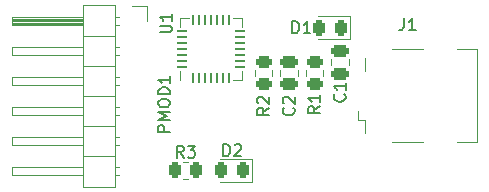
<source format=gto>
%TF.GenerationSoftware,KiCad,Pcbnew,(6.0.5)*%
%TF.CreationDate,2024-01-21T09:52:01+01:00*%
%TF.ProjectId,pmod_usb_serial,706d6f64-5f75-4736-925f-73657269616c,rev?*%
%TF.SameCoordinates,Original*%
%TF.FileFunction,Legend,Top*%
%TF.FilePolarity,Positive*%
%FSLAX46Y46*%
G04 Gerber Fmt 4.6, Leading zero omitted, Abs format (unit mm)*
G04 Created by KiCad (PCBNEW (6.0.5)) date 2024-01-21 09:52:01*
%MOMM*%
%LPD*%
G01*
G04 APERTURE LIST*
G04 Aperture macros list*
%AMRoundRect*
0 Rectangle with rounded corners*
0 $1 Rounding radius*
0 $2 $3 $4 $5 $6 $7 $8 $9 X,Y pos of 4 corners*
0 Add a 4 corners polygon primitive as box body*
4,1,4,$2,$3,$4,$5,$6,$7,$8,$9,$2,$3,0*
0 Add four circle primitives for the rounded corners*
1,1,$1+$1,$2,$3*
1,1,$1+$1,$4,$5*
1,1,$1+$1,$6,$7*
1,1,$1+$1,$8,$9*
0 Add four rect primitives between the rounded corners*
20,1,$1+$1,$2,$3,$4,$5,0*
20,1,$1+$1,$4,$5,$6,$7,0*
20,1,$1+$1,$6,$7,$8,$9,0*
20,1,$1+$1,$8,$9,$2,$3,0*%
G04 Aperture macros list end*
%ADD10C,0.150000*%
%ADD11C,0.120000*%
%ADD12RoundRect,0.250000X0.262500X0.450000X-0.262500X0.450000X-0.262500X-0.450000X0.262500X-0.450000X0*%
%ADD13RoundRect,0.062500X0.062500X-0.337500X0.062500X0.337500X-0.062500X0.337500X-0.062500X-0.337500X0*%
%ADD14RoundRect,0.062500X0.337500X-0.062500X0.337500X0.062500X-0.337500X0.062500X-0.337500X-0.062500X0*%
%ADD15R,3.350000X3.350000*%
%ADD16C,0.900000*%
%ADD17R,2.500000X0.500000*%
%ADD18R,2.500000X2.000000*%
%ADD19RoundRect,0.250000X0.475000X-0.250000X0.475000X0.250000X-0.475000X0.250000X-0.475000X-0.250000X0*%
%ADD20RoundRect,0.250000X-0.450000X0.262500X-0.450000X-0.262500X0.450000X-0.262500X0.450000X0.262500X0*%
%ADD21R,1.700000X1.700000*%
%ADD22O,1.700000X1.700000*%
%ADD23RoundRect,0.250000X0.450000X-0.262500X0.450000X0.262500X-0.450000X0.262500X-0.450000X-0.262500X0*%
%ADD24RoundRect,0.243750X0.243750X0.456250X-0.243750X0.456250X-0.243750X-0.456250X0.243750X-0.456250X0*%
%ADD25RoundRect,0.250000X-0.475000X0.250000X-0.475000X-0.250000X0.475000X-0.250000X0.475000X0.250000X0*%
G04 APERTURE END LIST*
D10*
%TO.C,R3*%
X134834333Y-102814380D02*
X134501000Y-102338190D01*
X134262904Y-102814380D02*
X134262904Y-101814380D01*
X134643857Y-101814380D01*
X134739095Y-101862000D01*
X134786714Y-101909619D01*
X134834333Y-102004857D01*
X134834333Y-102147714D01*
X134786714Y-102242952D01*
X134739095Y-102290571D01*
X134643857Y-102338190D01*
X134262904Y-102338190D01*
X135167666Y-101814380D02*
X135786714Y-101814380D01*
X135453380Y-102195333D01*
X135596238Y-102195333D01*
X135691476Y-102242952D01*
X135739095Y-102290571D01*
X135786714Y-102385809D01*
X135786714Y-102623904D01*
X135739095Y-102719142D01*
X135691476Y-102766761D01*
X135596238Y-102814380D01*
X135310523Y-102814380D01*
X135215285Y-102766761D01*
X135167666Y-102719142D01*
%TO.C,U1*%
X132802380Y-92201904D02*
X133611904Y-92201904D01*
X133707142Y-92154285D01*
X133754761Y-92106666D01*
X133802380Y-92011428D01*
X133802380Y-91820952D01*
X133754761Y-91725714D01*
X133707142Y-91678095D01*
X133611904Y-91630476D01*
X132802380Y-91630476D01*
X133802380Y-90630476D02*
X133802380Y-91201904D01*
X133802380Y-90916190D02*
X132802380Y-90916190D01*
X132945238Y-91011428D01*
X133040476Y-91106666D01*
X133088095Y-91201904D01*
%TO.C,J1*%
X153463666Y-91019380D02*
X153463666Y-91733666D01*
X153416047Y-91876523D01*
X153320809Y-91971761D01*
X153177952Y-92019380D01*
X153082714Y-92019380D01*
X154463666Y-92019380D02*
X153892238Y-92019380D01*
X154177952Y-92019380D02*
X154177952Y-91019380D01*
X154082714Y-91162238D01*
X153987476Y-91257476D01*
X153892238Y-91305095D01*
%TO.C,C2*%
X144121142Y-98591666D02*
X144168761Y-98639285D01*
X144216380Y-98782142D01*
X144216380Y-98877380D01*
X144168761Y-99020238D01*
X144073523Y-99115476D01*
X143978285Y-99163095D01*
X143787809Y-99210714D01*
X143644952Y-99210714D01*
X143454476Y-99163095D01*
X143359238Y-99115476D01*
X143264000Y-99020238D01*
X143216380Y-98877380D01*
X143216380Y-98782142D01*
X143264000Y-98639285D01*
X143311619Y-98591666D01*
X143311619Y-98210714D02*
X143264000Y-98163095D01*
X143216380Y-98067857D01*
X143216380Y-97829761D01*
X143264000Y-97734523D01*
X143311619Y-97686904D01*
X143406857Y-97639285D01*
X143502095Y-97639285D01*
X143644952Y-97686904D01*
X144216380Y-98258333D01*
X144216380Y-97639285D01*
%TO.C,R1*%
X146375380Y-98464666D02*
X145899190Y-98798000D01*
X146375380Y-99036095D02*
X145375380Y-99036095D01*
X145375380Y-98655142D01*
X145423000Y-98559904D01*
X145470619Y-98512285D01*
X145565857Y-98464666D01*
X145708714Y-98464666D01*
X145803952Y-98512285D01*
X145851571Y-98559904D01*
X145899190Y-98655142D01*
X145899190Y-99036095D01*
X146375380Y-97512285D02*
X146375380Y-98083714D01*
X146375380Y-97798000D02*
X145375380Y-97798000D01*
X145518238Y-97893238D01*
X145613476Y-97988476D01*
X145661095Y-98083714D01*
%TO.C,PMOD1*%
X133675380Y-100631333D02*
X132675380Y-100631333D01*
X132675380Y-100250380D01*
X132723000Y-100155142D01*
X132770619Y-100107523D01*
X132865857Y-100059904D01*
X133008714Y-100059904D01*
X133103952Y-100107523D01*
X133151571Y-100155142D01*
X133199190Y-100250380D01*
X133199190Y-100631333D01*
X133675380Y-99631333D02*
X132675380Y-99631333D01*
X133389666Y-99298000D01*
X132675380Y-98964666D01*
X133675380Y-98964666D01*
X132675380Y-98298000D02*
X132675380Y-98107523D01*
X132723000Y-98012285D01*
X132818238Y-97917047D01*
X133008714Y-97869428D01*
X133342047Y-97869428D01*
X133532523Y-97917047D01*
X133627761Y-98012285D01*
X133675380Y-98107523D01*
X133675380Y-98298000D01*
X133627761Y-98393238D01*
X133532523Y-98488476D01*
X133342047Y-98536095D01*
X133008714Y-98536095D01*
X132818238Y-98488476D01*
X132723000Y-98393238D01*
X132675380Y-98298000D01*
X133675380Y-97440857D02*
X132675380Y-97440857D01*
X132675380Y-97202761D01*
X132723000Y-97059904D01*
X132818238Y-96964666D01*
X132913476Y-96917047D01*
X133103952Y-96869428D01*
X133246809Y-96869428D01*
X133437285Y-96917047D01*
X133532523Y-96964666D01*
X133627761Y-97059904D01*
X133675380Y-97202761D01*
X133675380Y-97440857D01*
X133675380Y-95917047D02*
X133675380Y-96488476D01*
X133675380Y-96202761D02*
X132675380Y-96202761D01*
X132818238Y-96298000D01*
X132913476Y-96393238D01*
X132961095Y-96488476D01*
%TO.C,R2*%
X142057380Y-98591666D02*
X141581190Y-98925000D01*
X142057380Y-99163095D02*
X141057380Y-99163095D01*
X141057380Y-98782142D01*
X141105000Y-98686904D01*
X141152619Y-98639285D01*
X141247857Y-98591666D01*
X141390714Y-98591666D01*
X141485952Y-98639285D01*
X141533571Y-98686904D01*
X141581190Y-98782142D01*
X141581190Y-99163095D01*
X141152619Y-98210714D02*
X141105000Y-98163095D01*
X141057380Y-98067857D01*
X141057380Y-97829761D01*
X141105000Y-97734523D01*
X141152619Y-97686904D01*
X141247857Y-97639285D01*
X141343095Y-97639285D01*
X141485952Y-97686904D01*
X142057380Y-98258333D01*
X142057380Y-97639285D01*
%TO.C,D2*%
X138199904Y-102687380D02*
X138199904Y-101687380D01*
X138438000Y-101687380D01*
X138580857Y-101735000D01*
X138676095Y-101830238D01*
X138723714Y-101925476D01*
X138771333Y-102115952D01*
X138771333Y-102258809D01*
X138723714Y-102449285D01*
X138676095Y-102544523D01*
X138580857Y-102639761D01*
X138438000Y-102687380D01*
X138199904Y-102687380D01*
X139152285Y-101782619D02*
X139199904Y-101735000D01*
X139295142Y-101687380D01*
X139533238Y-101687380D01*
X139628476Y-101735000D01*
X139676095Y-101782619D01*
X139723714Y-101877857D01*
X139723714Y-101973095D01*
X139676095Y-102115952D01*
X139104666Y-102687380D01*
X139723714Y-102687380D01*
%TO.C,C1*%
X148439142Y-97448666D02*
X148486761Y-97496285D01*
X148534380Y-97639142D01*
X148534380Y-97734380D01*
X148486761Y-97877238D01*
X148391523Y-97972476D01*
X148296285Y-98020095D01*
X148105809Y-98067714D01*
X147962952Y-98067714D01*
X147772476Y-98020095D01*
X147677238Y-97972476D01*
X147582000Y-97877238D01*
X147534380Y-97734380D01*
X147534380Y-97639142D01*
X147582000Y-97496285D01*
X147629619Y-97448666D01*
X148534380Y-96496285D02*
X148534380Y-97067714D01*
X148534380Y-96782000D02*
X147534380Y-96782000D01*
X147677238Y-96877238D01*
X147772476Y-96972476D01*
X147820095Y-97067714D01*
%TO.C,D1*%
X144041904Y-92273380D02*
X144041904Y-91273380D01*
X144280000Y-91273380D01*
X144422857Y-91321000D01*
X144518095Y-91416238D01*
X144565714Y-91511476D01*
X144613333Y-91701952D01*
X144613333Y-91844809D01*
X144565714Y-92035285D01*
X144518095Y-92130523D01*
X144422857Y-92225761D01*
X144280000Y-92273380D01*
X144041904Y-92273380D01*
X145565714Y-92273380D02*
X144994285Y-92273380D01*
X145280000Y-92273380D02*
X145280000Y-91273380D01*
X145184761Y-91416238D01*
X145089523Y-91511476D01*
X144994285Y-91559095D01*
D11*
%TO.C,R3*%
X135228064Y-103151000D02*
X134773936Y-103151000D01*
X135228064Y-104621000D02*
X134773936Y-104621000D01*
%TO.C,U1*%
X134550000Y-90989000D02*
X135275000Y-90989000D01*
X139770000Y-91714000D02*
X139770000Y-90989000D01*
X139770000Y-96209000D02*
X139045000Y-96209000D01*
X134550000Y-95484000D02*
X134550000Y-96209000D01*
X139770000Y-90989000D02*
X139045000Y-90989000D01*
X134550000Y-91714000D02*
X134550000Y-90989000D01*
X139770000Y-95484000D02*
X139770000Y-96209000D01*
%TO.C,J1*%
X155111000Y-101496000D02*
X152511000Y-101496000D01*
X150201000Y-95486000D02*
X150201000Y-94336000D01*
X149611000Y-99586000D02*
X149611000Y-98886000D01*
X150201000Y-99586000D02*
X149611000Y-99586000D01*
X152511000Y-93576000D02*
X155111000Y-93576000D01*
X159671000Y-93576000D02*
X158011000Y-93576000D01*
X159671000Y-101496000D02*
X159671000Y-93576000D01*
X158011000Y-101496000D02*
X159671000Y-101496000D01*
X150201000Y-100736000D02*
X150201000Y-99586000D01*
%TO.C,C2*%
X143029000Y-95892252D02*
X143029000Y-95369748D01*
X144499000Y-95892252D02*
X144499000Y-95369748D01*
%TO.C,R1*%
X146658000Y-95403936D02*
X146658000Y-95858064D01*
X145188000Y-95403936D02*
X145188000Y-95858064D01*
%TO.C,PMOD1*%
X126328000Y-91524000D02*
X120328000Y-91524000D01*
X120328000Y-91624000D02*
X126328000Y-91624000D01*
X126328000Y-93404000D02*
X120328000Y-93404000D01*
X120328000Y-98484000D02*
X120328000Y-99244000D01*
X126328000Y-91164000D02*
X120328000Y-91164000D01*
X126328000Y-90924000D02*
X120328000Y-90924000D01*
X126328000Y-91284000D02*
X120328000Y-91284000D01*
X120328000Y-93404000D02*
X120328000Y-94164000D01*
X129385071Y-101024000D02*
X128988000Y-101024000D01*
X129385071Y-96704000D02*
X128988000Y-96704000D01*
X126328000Y-89914000D02*
X128988000Y-89914000D01*
X126328000Y-101024000D02*
X120328000Y-101024000D01*
X128988000Y-102674000D02*
X126328000Y-102674000D01*
X128988000Y-100134000D02*
X126328000Y-100134000D01*
X126328000Y-95944000D02*
X120328000Y-95944000D01*
X129318000Y-91624000D02*
X128988000Y-91624000D01*
X126328000Y-98484000D02*
X120328000Y-98484000D01*
X120328000Y-96704000D02*
X126328000Y-96704000D01*
X120328000Y-103564000D02*
X120328000Y-104324000D01*
X126328000Y-105274000D02*
X126328000Y-89914000D01*
X131698000Y-89974000D02*
X130428000Y-89974000D01*
X129385071Y-93404000D02*
X128988000Y-93404000D01*
X129385071Y-94164000D02*
X128988000Y-94164000D01*
X126328000Y-91404000D02*
X120328000Y-91404000D01*
X120328000Y-95944000D02*
X120328000Y-96704000D01*
X120328000Y-99244000D02*
X126328000Y-99244000D01*
X129385071Y-95944000D02*
X128988000Y-95944000D01*
X120328000Y-101784000D02*
X126328000Y-101784000D01*
X129385071Y-99244000D02*
X128988000Y-99244000D01*
X129385071Y-101784000D02*
X128988000Y-101784000D01*
X126328000Y-91044000D02*
X120328000Y-91044000D01*
X120328000Y-101024000D02*
X120328000Y-101784000D01*
X128988000Y-92514000D02*
X126328000Y-92514000D01*
X129318000Y-90864000D02*
X128988000Y-90864000D01*
X120328000Y-94164000D02*
X126328000Y-94164000D01*
X120328000Y-104324000D02*
X126328000Y-104324000D01*
X129385071Y-98484000D02*
X128988000Y-98484000D01*
X128988000Y-105274000D02*
X126328000Y-105274000D01*
X131698000Y-91244000D02*
X131698000Y-89974000D01*
X126328000Y-90864000D02*
X120328000Y-90864000D01*
X120328000Y-90864000D02*
X120328000Y-91624000D01*
X128988000Y-89914000D02*
X128988000Y-105274000D01*
X126328000Y-103564000D02*
X120328000Y-103564000D01*
X128988000Y-97594000D02*
X126328000Y-97594000D01*
X129385071Y-103564000D02*
X128988000Y-103564000D01*
X128988000Y-95054000D02*
X126328000Y-95054000D01*
X129385071Y-104324000D02*
X128988000Y-104324000D01*
%TO.C,R2*%
X142340000Y-95858064D02*
X142340000Y-95403936D01*
X140870000Y-95858064D02*
X140870000Y-95403936D01*
%TO.C,D2*%
X140623000Y-102926000D02*
X137938000Y-102926000D01*
X140623000Y-104846000D02*
X140623000Y-102926000D01*
X137938000Y-104846000D02*
X140623000Y-104846000D01*
%TO.C,C1*%
X148817000Y-94480748D02*
X148817000Y-95003252D01*
X147347000Y-94480748D02*
X147347000Y-95003252D01*
%TO.C,D1*%
X146193000Y-92781000D02*
X148878000Y-92781000D01*
X148878000Y-90861000D02*
X146193000Y-90861000D01*
X148878000Y-92781000D02*
X148878000Y-90861000D01*
%TD*%
%LPC*%
D12*
%TO.C,R3*%
X135913500Y-103886000D03*
X134088500Y-103886000D03*
%TD*%
D13*
%TO.C,U1*%
X135660000Y-96049000D03*
X136160000Y-96049000D03*
X136660000Y-96049000D03*
X137160000Y-96049000D03*
X137660000Y-96049000D03*
X138160000Y-96049000D03*
X138660000Y-96049000D03*
D14*
X139610000Y-95099000D03*
X139610000Y-94599000D03*
X139610000Y-94099000D03*
X139610000Y-93599000D03*
X139610000Y-93099000D03*
X139610000Y-92599000D03*
X139610000Y-92099000D03*
D13*
X138660000Y-91149000D03*
X138160000Y-91149000D03*
X137660000Y-91149000D03*
X137160000Y-91149000D03*
X136660000Y-91149000D03*
X136160000Y-91149000D03*
X135660000Y-91149000D03*
D14*
X134710000Y-92099000D03*
X134710000Y-92599000D03*
X134710000Y-93099000D03*
X134710000Y-93599000D03*
X134710000Y-94099000D03*
X134710000Y-94599000D03*
X134710000Y-95099000D03*
D15*
X137160000Y-93599000D03*
%TD*%
D16*
%TO.C,J1*%
X153661000Y-99736000D03*
X153661000Y-95336000D03*
D17*
X151061000Y-99136000D03*
X151061000Y-98336000D03*
X151061000Y-97536000D03*
X151061000Y-96736000D03*
X151061000Y-95936000D03*
D18*
X151061000Y-101936000D03*
X151061000Y-93136000D03*
X156561000Y-93136000D03*
X156561000Y-101936000D03*
%TD*%
D19*
%TO.C,C2*%
X143764000Y-96581000D03*
X143764000Y-94681000D03*
%TD*%
D20*
%TO.C,R1*%
X145923000Y-94718500D03*
X145923000Y-96543500D03*
%TD*%
D21*
%TO.C,PMOD1*%
X130428000Y-91244000D03*
D22*
X130428000Y-93784000D03*
X130428000Y-96324000D03*
X130428000Y-98864000D03*
X130428000Y-101404000D03*
X130428000Y-103944000D03*
%TD*%
D23*
%TO.C,R2*%
X141605000Y-96543500D03*
X141605000Y-94718500D03*
%TD*%
D24*
%TO.C,D2*%
X139875500Y-103886000D03*
X138000500Y-103886000D03*
%TD*%
D25*
%TO.C,C1*%
X148082000Y-93792000D03*
X148082000Y-95692000D03*
%TD*%
D24*
%TO.C,D1*%
X148130500Y-91821000D03*
X146255500Y-91821000D03*
%TD*%
M02*

</source>
